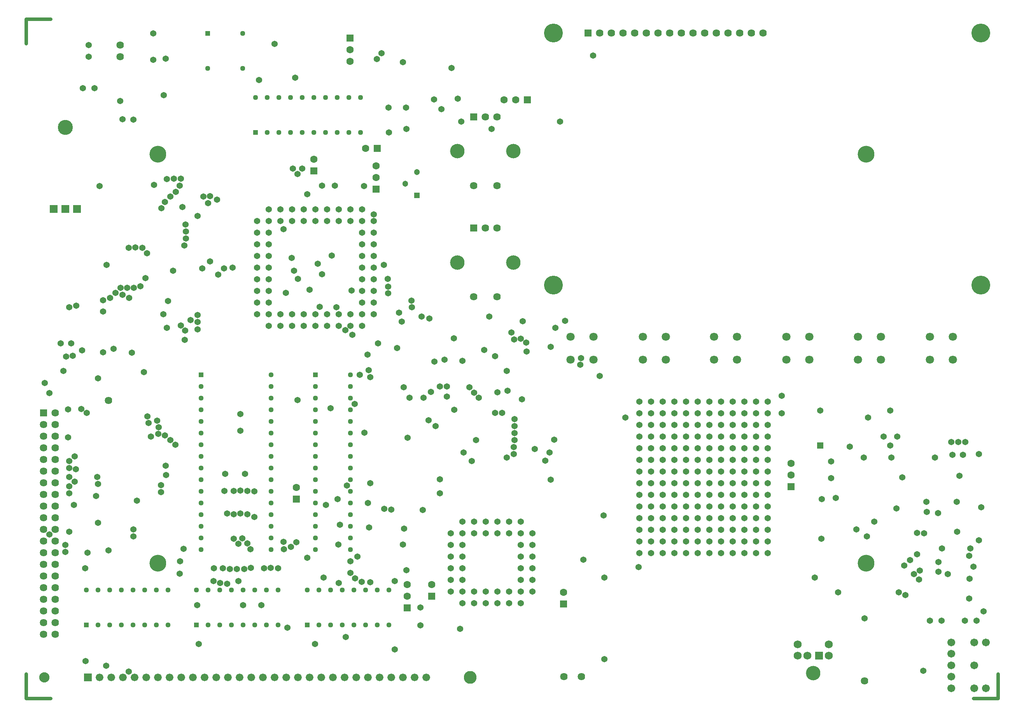
<source format=gbs>
%FSLAX25Y25*%
%MOIN*%
G70*
G01*
G75*
G04 Layer_Color=16711935*
%ADD10R,0.04331X0.05512*%
%ADD11R,0.08071X0.01772*%
%ADD12R,0.08071X0.01772*%
%ADD13R,0.05512X0.04331*%
%ADD14O,0.08000X0.01600*%
%ADD15O,0.01575X0.07480*%
%ADD16R,0.05118X0.03937*%
%ADD17R,0.03937X0.05118*%
%ADD18O,0.07480X0.01575*%
%ADD19R,0.07480X0.07087*%
%ADD20R,0.05315X0.01575*%
%ADD21R,0.06299X0.08268*%
%ADD22R,0.07480X0.07480*%
%ADD23O,0.02559X0.06693*%
%ADD24R,0.04000X0.02600*%
%ADD25R,0.05512X0.03937*%
%ADD26R,0.05906X0.05906*%
%ADD27O,0.07087X0.01575*%
%ADD28R,0.03500X0.05000*%
%ADD29R,0.05000X0.05000*%
%ADD30C,0.03000*%
%ADD31C,0.00700*%
%ADD32C,0.00800*%
%ADD33C,0.01000*%
%ADD34R,0.05906X0.05906*%
%ADD35C,0.05906*%
%ADD36C,0.04724*%
%ADD37R,0.04724X0.04724*%
%ADD38C,0.06000*%
%ADD39C,0.04000*%
%ADD40R,0.04000X0.04000*%
%ADD41R,0.05000X0.05000*%
%ADD42C,0.05000*%
%ADD43R,0.06500X0.06500*%
%ADD44C,0.06500*%
%ADD45C,0.12000*%
%ADD46C,0.14000*%
%ADD47R,0.06000X0.06000*%
%ADD48C,0.06693*%
%ADD49C,0.06299*%
%ADD50R,0.04000X0.04000*%
%ADD51C,0.15748*%
%ADD52R,0.06000X0.06000*%
%ADD53C,0.06200*%
%ADD54R,0.06200X0.06200*%
%ADD55C,0.08400*%
%ADD56C,0.10600*%
%ADD57C,0.12500*%
%ADD58C,0.00984*%
%ADD59C,0.00787*%
%ADD60C,0.01200*%
%ADD61C,0.00600*%
%ADD62R,0.04731X0.05912*%
%ADD63R,0.08471X0.02172*%
%ADD64R,0.08471X0.02172*%
%ADD65R,0.05912X0.04731*%
%ADD66O,0.08400X0.02000*%
%ADD67O,0.01975X0.07880*%
%ADD68R,0.05518X0.04337*%
%ADD69R,0.04337X0.05518*%
%ADD70O,0.07880X0.01975*%
%ADD71R,0.07880X0.07487*%
%ADD72R,0.05715X0.01975*%
%ADD73R,0.06699X0.08668*%
%ADD74R,0.07880X0.07880*%
%ADD75O,0.02959X0.07093*%
%ADD76R,0.04400X0.03000*%
%ADD77R,0.05912X0.04337*%
%ADD78R,0.06306X0.06306*%
%ADD79O,0.07487X0.01975*%
%ADD80R,0.03900X0.05400*%
%ADD81R,0.05400X0.05400*%
%ADD82R,0.06306X0.06306*%
%ADD83C,0.06306*%
%ADD84C,0.05124*%
%ADD85R,0.05124X0.05124*%
%ADD86C,0.06400*%
%ADD87C,0.04400*%
%ADD88R,0.04400X0.04400*%
%ADD89R,0.05400X0.05400*%
%ADD90C,0.05400*%
%ADD91R,0.06900X0.06900*%
%ADD92C,0.06900*%
%ADD93C,0.12400*%
%ADD94C,0.14400*%
%ADD95R,0.06400X0.06400*%
%ADD96C,0.07093*%
%ADD97C,0.06699*%
%ADD98R,0.04400X0.04400*%
%ADD99C,0.16148*%
%ADD100R,0.06400X0.06400*%
%ADD101C,0.06600*%
%ADD102R,0.06600X0.06600*%
%ADD103C,0.08800*%
%ADD104C,0.11000*%
%ADD105C,0.12900*%
D30*
X98500Y98500D02*
Y119500D01*
X931500Y98500D02*
Y119500D01*
X98500Y660500D02*
Y681500D01*
Y98500D02*
X119500D01*
X910500D02*
X931500D01*
X98500Y681500D02*
X119500D01*
D78*
X528000Y612000D02*
D03*
X399500Y570500D02*
D03*
D82*
X345000Y551000D02*
D03*
X754000Y280000D02*
D03*
X330000Y269500D02*
D03*
X559000Y179500D02*
D03*
X398500Y535500D02*
D03*
X425000Y176000D02*
D03*
X446000Y186000D02*
D03*
X376000Y665000D02*
D03*
D83*
X345000Y561000D02*
D03*
X754000Y290000D02*
D03*
Y300000D02*
D03*
X330000Y279500D02*
D03*
X518000Y612000D02*
D03*
X508000D02*
D03*
X559000Y189500D02*
D03*
X398500Y555500D02*
D03*
Y545500D02*
D03*
X389500Y570500D02*
D03*
X425000Y186000D02*
D03*
Y196000D02*
D03*
X446000D02*
D03*
X376000Y645000D02*
D03*
Y655000D02*
D03*
D84*
X423500Y540000D02*
D03*
X433500Y550000D02*
D03*
D85*
Y530000D02*
D03*
D86*
X559500Y117000D02*
D03*
X574500D02*
D03*
X817047Y113500D02*
D03*
X502000Y502000D02*
D03*
X492000D02*
D03*
X482000Y443000D02*
D03*
X502000D02*
D03*
Y597500D02*
D03*
X492000D02*
D03*
X482000Y538500D02*
D03*
X502000D02*
D03*
X123500Y343500D02*
D03*
X113500Y333500D02*
D03*
X123500D02*
D03*
X113500Y323500D02*
D03*
X123500D02*
D03*
Y313500D02*
D03*
X113500D02*
D03*
Y303500D02*
D03*
X123500D02*
D03*
Y293500D02*
D03*
X113500D02*
D03*
Y283500D02*
D03*
X123500D02*
D03*
Y273500D02*
D03*
X113500D02*
D03*
Y263500D02*
D03*
X123500D02*
D03*
Y253500D02*
D03*
X113500D02*
D03*
Y243500D02*
D03*
X123500D02*
D03*
Y233500D02*
D03*
X113500D02*
D03*
Y223500D02*
D03*
X123500D02*
D03*
Y213500D02*
D03*
X113500D02*
D03*
Y203500D02*
D03*
X123500D02*
D03*
Y193500D02*
D03*
X113500D02*
D03*
Y183500D02*
D03*
X123500D02*
D03*
Y173500D02*
D03*
X113500D02*
D03*
Y163500D02*
D03*
X123500D02*
D03*
X113500Y153500D02*
D03*
X123500D02*
D03*
X590000Y669500D02*
D03*
X600000D02*
D03*
X610000D02*
D03*
X620000D02*
D03*
X630000D02*
D03*
X640000D02*
D03*
X650000D02*
D03*
X660000D02*
D03*
X670000D02*
D03*
X680000D02*
D03*
X690000D02*
D03*
X700000D02*
D03*
X710000D02*
D03*
X720000D02*
D03*
X730000D02*
D03*
X179000Y649000D02*
D03*
Y659000D02*
D03*
X169000Y354000D02*
D03*
D87*
X284000Y669000D02*
D03*
Y639000D02*
D03*
X254000D02*
D03*
X248500Y366000D02*
D03*
Y356000D02*
D03*
Y346000D02*
D03*
Y336000D02*
D03*
Y326000D02*
D03*
Y316000D02*
D03*
Y306000D02*
D03*
Y296000D02*
D03*
Y286000D02*
D03*
Y276000D02*
D03*
Y266000D02*
D03*
Y256000D02*
D03*
Y246000D02*
D03*
Y236000D02*
D03*
Y226000D02*
D03*
X308500D02*
D03*
Y236000D02*
D03*
Y246000D02*
D03*
Y256000D02*
D03*
Y266000D02*
D03*
Y276000D02*
D03*
Y286000D02*
D03*
Y296000D02*
D03*
Y306000D02*
D03*
Y316000D02*
D03*
Y326000D02*
D03*
Y336000D02*
D03*
Y346000D02*
D03*
Y356000D02*
D03*
Y366000D02*
D03*
Y376000D02*
D03*
X376500D02*
D03*
Y366000D02*
D03*
Y356000D02*
D03*
Y346000D02*
D03*
Y336000D02*
D03*
Y326000D02*
D03*
Y316000D02*
D03*
Y306000D02*
D03*
Y296000D02*
D03*
Y286000D02*
D03*
Y276000D02*
D03*
Y266000D02*
D03*
Y256000D02*
D03*
Y246000D02*
D03*
Y236000D02*
D03*
Y226000D02*
D03*
X346500D02*
D03*
Y236000D02*
D03*
Y246000D02*
D03*
Y256000D02*
D03*
Y266000D02*
D03*
Y276000D02*
D03*
Y286000D02*
D03*
Y296000D02*
D03*
Y306000D02*
D03*
Y316000D02*
D03*
Y326000D02*
D03*
Y336000D02*
D03*
Y346000D02*
D03*
Y356000D02*
D03*
Y366000D02*
D03*
X305000Y584000D02*
D03*
X315000D02*
D03*
X325000D02*
D03*
X335000D02*
D03*
X345000D02*
D03*
X355000D02*
D03*
X365000D02*
D03*
X375000D02*
D03*
X385000D02*
D03*
Y614000D02*
D03*
X375000D02*
D03*
X365000D02*
D03*
X355000D02*
D03*
X345000D02*
D03*
X335000D02*
D03*
X325000D02*
D03*
X315000D02*
D03*
X305000D02*
D03*
X295000D02*
D03*
X160000Y161500D02*
D03*
X170000D02*
D03*
X180000D02*
D03*
X190000D02*
D03*
X200000D02*
D03*
X210000D02*
D03*
X220000D02*
D03*
Y191500D02*
D03*
X210000D02*
D03*
X200000D02*
D03*
X190000D02*
D03*
X180000D02*
D03*
X170000D02*
D03*
X160000D02*
D03*
X150000D02*
D03*
X254500Y161500D02*
D03*
X264500D02*
D03*
X274500D02*
D03*
X284500D02*
D03*
X294500D02*
D03*
X304500D02*
D03*
X314500D02*
D03*
Y191500D02*
D03*
X304500D02*
D03*
X294500D02*
D03*
X284500D02*
D03*
X274500D02*
D03*
X264500D02*
D03*
X254500D02*
D03*
X244500D02*
D03*
X349500Y161500D02*
D03*
X359500D02*
D03*
X369500D02*
D03*
X379500D02*
D03*
X389500D02*
D03*
X399500D02*
D03*
X409500D02*
D03*
Y191500D02*
D03*
X399500D02*
D03*
X389500D02*
D03*
X379500D02*
D03*
X369500D02*
D03*
X359500D02*
D03*
X349500D02*
D03*
X339500D02*
D03*
D88*
X254000Y669000D02*
D03*
X248500Y376000D02*
D03*
X346500D02*
D03*
D89*
X779000Y315500D02*
D03*
D90*
X839000D02*
D03*
Y345500D02*
D03*
X779000D02*
D03*
X624000Y233000D02*
D03*
Y243000D02*
D03*
Y253000D02*
D03*
Y263000D02*
D03*
Y273000D02*
D03*
Y283000D02*
D03*
Y293000D02*
D03*
Y303000D02*
D03*
Y313000D02*
D03*
Y323000D02*
D03*
Y333000D02*
D03*
Y343000D02*
D03*
X634000Y233000D02*
D03*
Y243000D02*
D03*
Y253000D02*
D03*
Y263000D02*
D03*
Y273000D02*
D03*
Y283000D02*
D03*
Y293000D02*
D03*
Y303000D02*
D03*
Y313000D02*
D03*
Y323000D02*
D03*
Y333000D02*
D03*
Y343000D02*
D03*
X644000Y233000D02*
D03*
Y243000D02*
D03*
Y253000D02*
D03*
Y263000D02*
D03*
Y273000D02*
D03*
Y283000D02*
D03*
Y293000D02*
D03*
Y303000D02*
D03*
Y313000D02*
D03*
Y323000D02*
D03*
Y333000D02*
D03*
Y343000D02*
D03*
X654000Y233000D02*
D03*
Y243000D02*
D03*
Y253000D02*
D03*
Y263000D02*
D03*
Y273000D02*
D03*
Y283000D02*
D03*
Y293000D02*
D03*
Y303000D02*
D03*
Y313000D02*
D03*
Y323000D02*
D03*
Y333000D02*
D03*
Y343000D02*
D03*
X664000Y233000D02*
D03*
Y243000D02*
D03*
Y253000D02*
D03*
Y263000D02*
D03*
Y273000D02*
D03*
Y283000D02*
D03*
Y293000D02*
D03*
Y303000D02*
D03*
Y313000D02*
D03*
Y323000D02*
D03*
Y333000D02*
D03*
Y343000D02*
D03*
X674000Y233000D02*
D03*
Y243000D02*
D03*
Y253000D02*
D03*
Y263000D02*
D03*
Y273000D02*
D03*
Y283000D02*
D03*
Y293000D02*
D03*
Y303000D02*
D03*
Y313000D02*
D03*
Y323000D02*
D03*
Y333000D02*
D03*
Y343000D02*
D03*
X684000Y233000D02*
D03*
Y243000D02*
D03*
Y253000D02*
D03*
Y263000D02*
D03*
Y273000D02*
D03*
Y283000D02*
D03*
Y293000D02*
D03*
Y303000D02*
D03*
Y313000D02*
D03*
Y323000D02*
D03*
Y333000D02*
D03*
Y343000D02*
D03*
X694000Y233000D02*
D03*
Y243000D02*
D03*
Y253000D02*
D03*
Y263000D02*
D03*
Y273000D02*
D03*
Y283000D02*
D03*
Y293000D02*
D03*
Y303000D02*
D03*
Y313000D02*
D03*
Y323000D02*
D03*
Y333000D02*
D03*
Y343000D02*
D03*
X704000Y233000D02*
D03*
Y243000D02*
D03*
Y253000D02*
D03*
Y263000D02*
D03*
Y273000D02*
D03*
Y283000D02*
D03*
Y293000D02*
D03*
Y303000D02*
D03*
Y313000D02*
D03*
Y323000D02*
D03*
Y333000D02*
D03*
Y343000D02*
D03*
X714000Y233000D02*
D03*
Y243000D02*
D03*
Y253000D02*
D03*
Y263000D02*
D03*
Y273000D02*
D03*
Y283000D02*
D03*
Y293000D02*
D03*
Y303000D02*
D03*
Y313000D02*
D03*
Y323000D02*
D03*
Y333000D02*
D03*
Y343000D02*
D03*
X724000Y233000D02*
D03*
Y243000D02*
D03*
Y253000D02*
D03*
Y263000D02*
D03*
Y273000D02*
D03*
Y283000D02*
D03*
Y293000D02*
D03*
Y303000D02*
D03*
Y313000D02*
D03*
Y323000D02*
D03*
Y333000D02*
D03*
Y343000D02*
D03*
X734000Y233000D02*
D03*
Y243000D02*
D03*
Y253000D02*
D03*
Y263000D02*
D03*
Y273000D02*
D03*
Y283000D02*
D03*
Y293000D02*
D03*
Y303000D02*
D03*
Y313000D02*
D03*
Y323000D02*
D03*
Y333000D02*
D03*
Y343000D02*
D03*
X296500Y508000D02*
D03*
X306500D02*
D03*
X296500Y498000D02*
D03*
Y488000D02*
D03*
X306500D02*
D03*
X296500Y478000D02*
D03*
X306500D02*
D03*
X296500Y468000D02*
D03*
X306500D02*
D03*
X296500Y458000D02*
D03*
X306500D02*
D03*
X296500Y448000D02*
D03*
X306500D02*
D03*
X296500Y438000D02*
D03*
X306500D02*
D03*
X296500Y428000D02*
D03*
X306500Y418000D02*
D03*
Y428000D02*
D03*
X316500Y418000D02*
D03*
Y428000D02*
D03*
X326500Y418000D02*
D03*
Y428000D02*
D03*
X336500Y418000D02*
D03*
Y428000D02*
D03*
X346500Y418000D02*
D03*
Y428000D02*
D03*
X356500Y418000D02*
D03*
Y428000D02*
D03*
X366500Y418000D02*
D03*
Y428000D02*
D03*
X376500Y418000D02*
D03*
Y428000D02*
D03*
X386500Y418000D02*
D03*
Y428000D02*
D03*
X396500D02*
D03*
Y438000D02*
D03*
X386500D02*
D03*
X396500Y448000D02*
D03*
X386500D02*
D03*
X396500Y458000D02*
D03*
X386500D02*
D03*
X396500Y468000D02*
D03*
X386500D02*
D03*
X396500Y478000D02*
D03*
X386500D02*
D03*
X396500Y488000D02*
D03*
X386500D02*
D03*
X396500Y498000D02*
D03*
X386500D02*
D03*
X396500Y508000D02*
D03*
X386500Y518000D02*
D03*
Y508000D02*
D03*
X376500Y518000D02*
D03*
Y508000D02*
D03*
X366500Y518000D02*
D03*
Y508000D02*
D03*
X356500Y518000D02*
D03*
Y508000D02*
D03*
X346500Y518000D02*
D03*
Y508000D02*
D03*
X336500Y518000D02*
D03*
Y508000D02*
D03*
X326500Y518000D02*
D03*
Y508000D02*
D03*
X316500Y518000D02*
D03*
Y508000D02*
D03*
X306500Y518000D02*
D03*
Y498000D02*
D03*
X502500Y240000D02*
D03*
X492500Y250000D02*
D03*
Y240000D02*
D03*
X482500Y250000D02*
D03*
Y240000D02*
D03*
X472500Y250000D02*
D03*
X462500Y240000D02*
D03*
X472500D02*
D03*
X462500Y230000D02*
D03*
X472500D02*
D03*
X462500Y220000D02*
D03*
X472500D02*
D03*
X462500Y210000D02*
D03*
X472500D02*
D03*
X462500Y200000D02*
D03*
X472500D02*
D03*
X462500Y190000D02*
D03*
X472500Y180000D02*
D03*
Y190000D02*
D03*
X482500Y180000D02*
D03*
Y190000D02*
D03*
X492500Y180000D02*
D03*
Y190000D02*
D03*
X502500Y180000D02*
D03*
Y190000D02*
D03*
X512500Y180000D02*
D03*
Y190000D02*
D03*
X522500Y180000D02*
D03*
X532500Y190000D02*
D03*
X522500D02*
D03*
X532500Y200000D02*
D03*
X522500D02*
D03*
X532500Y210000D02*
D03*
X522500D02*
D03*
X532500Y220000D02*
D03*
X522500D02*
D03*
X532500Y230000D02*
D03*
X522500D02*
D03*
X532500Y240000D02*
D03*
X522500Y250000D02*
D03*
Y240000D02*
D03*
X512500Y250000D02*
D03*
Y240000D02*
D03*
X502500Y250000D02*
D03*
X152000Y649000D02*
D03*
Y659000D02*
D03*
X903000Y165000D02*
D03*
X913000D02*
D03*
X883000D02*
D03*
X873000D02*
D03*
X734000Y223000D02*
D03*
X724000D02*
D03*
X674000D02*
D03*
X684000D02*
D03*
X664000D02*
D03*
X704000D02*
D03*
X714000D02*
D03*
X694000D02*
D03*
X644000D02*
D03*
X654000D02*
D03*
X634000D02*
D03*
X624000D02*
D03*
X734000Y353000D02*
D03*
X724000D02*
D03*
X704000D02*
D03*
X714000D02*
D03*
X694000D02*
D03*
X654000D02*
D03*
X664000D02*
D03*
X644000D02*
D03*
X684000D02*
D03*
X674000D02*
D03*
X634000D02*
D03*
X624000D02*
D03*
X880000Y257500D02*
D03*
X919000Y173000D02*
D03*
X896500Y241500D02*
D03*
X906927Y184073D02*
D03*
X864515Y208077D02*
D03*
X859500Y205000D02*
D03*
X863675Y200500D02*
D03*
X862000Y222000D02*
D03*
X856000Y217000D02*
D03*
X576000Y217500D02*
D03*
X263000Y462000D02*
D03*
X612000Y339500D02*
D03*
X746000Y358000D02*
D03*
Y343000D02*
D03*
X820000Y339500D02*
D03*
X780500Y269500D02*
D03*
X780000Y235500D02*
D03*
X792500Y270500D02*
D03*
X556000Y593500D02*
D03*
X298000Y629000D02*
D03*
X409000Y605250D02*
D03*
X584500Y650000D02*
D03*
X159500Y288500D02*
D03*
X160000Y282500D02*
D03*
X214000Y281500D02*
D03*
X158500Y272000D02*
D03*
X193500Y268000D02*
D03*
X150500Y343500D02*
D03*
X218010Y298010D02*
D03*
X218500Y290000D02*
D03*
X774500Y202000D02*
D03*
X355500Y264500D02*
D03*
X409500Y584000D02*
D03*
X424500Y587000D02*
D03*
X421500Y230500D02*
D03*
X161500Y538000D02*
D03*
X128000Y403000D02*
D03*
X149500Y130500D02*
D03*
X167000Y126500D02*
D03*
X230500Y216000D02*
D03*
X200792Y459000D02*
D03*
X478500Y365500D02*
D03*
X459000Y357500D02*
D03*
X214000Y275500D02*
D03*
X348500Y471500D02*
D03*
X328000Y465500D02*
D03*
X331500Y458500D02*
D03*
X321000Y446500D02*
D03*
X495500Y426000D02*
D03*
X490953Y397453D02*
D03*
X543300Y302500D02*
D03*
X551000Y320500D02*
D03*
X573500Y384700D02*
D03*
X548000Y400000D02*
D03*
X547000Y309500D02*
D03*
X548000Y286000D02*
D03*
X514500Y412500D02*
D03*
X500500Y392000D02*
D03*
X510500Y379500D02*
D03*
X502500Y361000D02*
D03*
X511000Y362500D02*
D03*
X465454Y345954D02*
D03*
X425500Y322000D02*
D03*
X438500Y260000D02*
D03*
X382500Y220000D02*
D03*
X366500Y197500D02*
D03*
X386000Y198500D02*
D03*
X524000Y422000D02*
D03*
X427000Y356500D02*
D03*
X393500Y374000D02*
D03*
X392000Y380000D02*
D03*
X151000Y223500D02*
D03*
X160000Y373000D02*
D03*
X146500Y397000D02*
D03*
X436500Y161000D02*
D03*
X372500Y151000D02*
D03*
X346000Y145000D02*
D03*
X246500D02*
D03*
X439000Y356500D02*
D03*
X359500Y347500D02*
D03*
X380000Y351000D02*
D03*
X445500Y361500D02*
D03*
X482480Y360541D02*
D03*
X486500Y356500D02*
D03*
X384500Y376000D02*
D03*
X453000Y274500D02*
D03*
X473450Y309500D02*
D03*
X484000Y320000D02*
D03*
X574000Y390500D02*
D03*
X590000Y375000D02*
D03*
X593500Y255500D02*
D03*
X623500Y211000D02*
D03*
X245000Y178500D02*
D03*
X284500D02*
D03*
X300000D02*
D03*
X135500Y434000D02*
D03*
X137000Y403000D02*
D03*
X216500Y616000D02*
D03*
X190500Y595000D02*
D03*
X443500Y337000D02*
D03*
X459000Y366000D02*
D03*
X448500Y387500D02*
D03*
X472500Y388000D02*
D03*
X436500Y176500D02*
D03*
X169000Y225500D02*
D03*
X149000Y210000D02*
D03*
X211800Y325300D02*
D03*
X217500Y324000D02*
D03*
X222000Y320000D02*
D03*
X226500Y316000D02*
D03*
X212000Y331000D02*
D03*
X203550Y334800D02*
D03*
X210750Y336719D02*
D03*
X372000Y414200D02*
D03*
X391000Y393500D02*
D03*
X422000Y365500D02*
D03*
X377500Y448500D02*
D03*
X341500Y449000D02*
D03*
X164500Y430500D02*
D03*
Y440000D02*
D03*
X268000Y467500D02*
D03*
X275500Y468000D02*
D03*
X352000Y462500D02*
D03*
X810000Y243500D02*
D03*
X868000Y240000D02*
D03*
X794500Y189500D02*
D03*
X421500Y644500D02*
D03*
X403000Y652000D02*
D03*
X207500Y669000D02*
D03*
Y646500D02*
D03*
X218000Y647500D02*
D03*
X181000Y595500D02*
D03*
X225000Y544500D02*
D03*
X219000Y544000D02*
D03*
X231000Y544500D02*
D03*
X230000Y538500D02*
D03*
X226904Y533111D02*
D03*
X222000Y529000D02*
D03*
X217500Y524500D02*
D03*
X214500Y519000D02*
D03*
X867500Y122000D02*
D03*
X500500Y343500D02*
D03*
X517000Y338000D02*
D03*
Y332000D02*
D03*
X516500Y314000D02*
D03*
Y308000D02*
D03*
X208000Y539000D02*
D03*
X167500Y470500D02*
D03*
X454500Y604000D02*
D03*
X141500Y435500D02*
D03*
X196500Y452000D02*
D03*
X190800Y450832D02*
D03*
X185100D02*
D03*
X179400D02*
D03*
X186640Y442100D02*
D03*
X181185Y444706D02*
D03*
X175000Y446500D02*
D03*
X170500Y442000D02*
D03*
X846500Y189500D02*
D03*
X888500Y205000D02*
D03*
X851957Y186896D02*
D03*
X186500Y485000D02*
D03*
X192200Y485232D02*
D03*
X198000Y485000D02*
D03*
X202000Y480500D02*
D03*
X322500Y159000D02*
D03*
X199500Y378500D02*
D03*
X319000Y501000D02*
D03*
X418200Y429200D02*
D03*
X420505Y421800D02*
D03*
X327000Y553000D02*
D03*
X331000Y548500D02*
D03*
X179000Y611000D02*
D03*
X335000Y553000D02*
D03*
X465000Y407500D02*
D03*
X523500Y355000D02*
D03*
X594000Y202000D02*
D03*
Y132000D02*
D03*
X506500Y343500D02*
D03*
X517000Y320000D02*
D03*
Y326000D02*
D03*
X510500Y305000D02*
D03*
X522500Y407000D02*
D03*
X453000Y366000D02*
D03*
X527500Y396000D02*
D03*
X516739Y406471D02*
D03*
X429000Y434000D02*
D03*
X408800Y445909D02*
D03*
X527230Y403669D02*
D03*
X428700Y439700D02*
D03*
X408800Y451609D02*
D03*
X157000Y622000D02*
D03*
X147000D02*
D03*
X376500Y216000D02*
D03*
Y206000D02*
D03*
X230000Y205500D02*
D03*
X259500Y210000D02*
D03*
X276500Y235500D02*
D03*
Y256500D02*
D03*
Y276500D02*
D03*
X267000Y210000D02*
D03*
X280500Y231000D02*
D03*
X270800Y256950D02*
D03*
X190500Y237500D02*
D03*
Y243500D02*
D03*
X189241Y395168D02*
D03*
X233400Y226833D02*
D03*
X259000Y199000D02*
D03*
X273000Y209500D02*
D03*
X283761Y235800D02*
D03*
X282200Y256950D02*
D03*
Y276800D02*
D03*
X282000Y328000D02*
D03*
Y342500D02*
D03*
X264755Y197290D02*
D03*
X279000Y209500D02*
D03*
X288000Y231500D02*
D03*
Y256500D02*
D03*
Y276500D02*
D03*
X268500D02*
D03*
X285500Y209500D02*
D03*
X290761Y226200D02*
D03*
X294000Y254000D02*
D03*
Y276000D02*
D03*
X286000Y291000D02*
D03*
X269000D02*
D03*
X270800Y196835D02*
D03*
X280500Y199000D02*
D03*
X291200Y210300D02*
D03*
X319190Y232800D02*
D03*
X331000Y354500D02*
D03*
X302500Y210000D02*
D03*
X319500Y226500D02*
D03*
X308200Y210300D02*
D03*
X325500Y228500D02*
D03*
X314500Y210000D02*
D03*
X330000Y232500D02*
D03*
X339500Y219000D02*
D03*
X366000Y230500D02*
D03*
X367500Y247500D02*
D03*
X365500Y269500D02*
D03*
X353500Y202000D02*
D03*
X380500Y201500D02*
D03*
X388500Y326500D02*
D03*
X414500Y140500D02*
D03*
Y199000D02*
D03*
X424500Y208500D02*
D03*
X422500Y244000D02*
D03*
X391500Y266000D02*
D03*
X405500Y261000D02*
D03*
X411500Y260500D02*
D03*
X393500Y198000D02*
D03*
X392500Y245000D02*
D03*
X416500Y399000D02*
D03*
X339500Y531000D02*
D03*
X250500Y529000D02*
D03*
X254500Y523500D02*
D03*
X497500Y587000D02*
D03*
X256200Y529200D02*
D03*
X262000Y526500D02*
D03*
X245500Y512500D02*
D03*
X232500Y520000D02*
D03*
X224500Y465500D02*
D03*
X311500Y660000D02*
D03*
X173500Y398500D02*
D03*
X350000Y434500D02*
D03*
X364500Y434000D02*
D03*
X249500Y467500D02*
D03*
X256000Y473500D02*
D03*
X326000Y476500D02*
D03*
X360500Y478500D02*
D03*
X352000Y538500D02*
D03*
X363000D02*
D03*
X388000Y538000D02*
D03*
X424000Y605250D02*
D03*
X405000Y470500D02*
D03*
X408500Y458500D02*
D03*
X437500Y426000D02*
D03*
X449500Y332000D02*
D03*
X396477Y513790D02*
D03*
X329000Y631000D02*
D03*
X399000Y647000D02*
D03*
X463000Y639500D02*
D03*
X471500Y593500D02*
D03*
X560500Y422500D02*
D03*
X552000Y416500D02*
D03*
X400000Y403000D02*
D03*
X378000Y410500D02*
D03*
X164500Y395500D02*
D03*
X138500Y392500D02*
D03*
X132800Y391700D02*
D03*
X393500Y283000D02*
D03*
X373500Y281000D02*
D03*
X457000Y389000D02*
D03*
X444000Y424500D02*
D03*
X468302Y612900D02*
D03*
X448000Y612500D02*
D03*
X891500Y318500D02*
D03*
X897500D02*
D03*
X901500Y307500D02*
D03*
X892500D02*
D03*
X816500Y305000D02*
D03*
X840000D02*
D03*
X877500D02*
D03*
X903500Y318500D02*
D03*
X534500Y312500D02*
D03*
X480500Y302000D02*
D03*
X849500Y288000D02*
D03*
X844500Y261500D02*
D03*
X862000Y240500D02*
D03*
X880500Y207000D02*
D03*
X915000Y308000D02*
D03*
X896000Y267000D02*
D03*
X880500Y215500D02*
D03*
X883500Y227000D02*
D03*
X907000Y201000D02*
D03*
X910500Y211500D02*
D03*
X906800Y220800D02*
D03*
X907616Y226884D02*
D03*
X817000Y167000D02*
D03*
X819000Y237500D02*
D03*
X870000Y267000D02*
D03*
X845000Y323000D02*
D03*
X833500D02*
D03*
X788490Y301610D02*
D03*
X898500Y289500D02*
D03*
X870500Y258500D02*
D03*
X825500Y250000D02*
D03*
X788500Y287500D02*
D03*
X804500Y314500D02*
D03*
X470500Y158000D02*
D03*
X202500Y340500D02*
D03*
X205500Y323000D02*
D03*
X851000Y212500D02*
D03*
X453000Y286500D02*
D03*
X219000Y416500D02*
D03*
X234500Y406000D02*
D03*
X245500Y415000D02*
D03*
Y427500D02*
D03*
Y421500D02*
D03*
X239500Y423000D02*
D03*
X234833Y414000D02*
D03*
X231000Y418500D02*
D03*
X216000Y428000D02*
D03*
X220000Y439500D02*
D03*
X235000Y505000D02*
D03*
X235500Y499000D02*
D03*
Y493000D02*
D03*
X234000Y487000D02*
D03*
X145600Y346661D02*
D03*
X140000Y306000D02*
D03*
X135500Y302000D02*
D03*
Y296000D02*
D03*
X141200Y294900D02*
D03*
X135500Y288500D02*
D03*
X140000Y284500D02*
D03*
X135500Y280500D02*
D03*
Y274500D02*
D03*
X132000Y230000D02*
D03*
Y224000D02*
D03*
X130500Y379500D02*
D03*
X118500Y360500D02*
D03*
X114500Y369000D02*
D03*
X118500Y239000D02*
D03*
X160000Y249000D02*
D03*
X135550Y241500D02*
D03*
X139500Y264500D02*
D03*
X134500Y322500D02*
D03*
X134400Y346500D02*
D03*
X186360Y121500D02*
D03*
X917000Y262500D02*
D03*
X915000Y234000D02*
D03*
D91*
X778232Y135000D02*
D03*
D92*
X786500D02*
D03*
Y144843D02*
D03*
X759728D02*
D03*
Y135000D02*
D03*
X767996D02*
D03*
D93*
X773114Y120039D02*
D03*
X468000Y472500D02*
D03*
X516000D02*
D03*
X468000Y568000D02*
D03*
X516000D02*
D03*
D94*
X818500Y565500D02*
D03*
Y214500D02*
D03*
X211500Y565500D02*
D03*
Y214500D02*
D03*
D95*
X482000Y502000D02*
D03*
Y597500D02*
D03*
X113500Y343500D02*
D03*
D96*
X873000Y389000D02*
D03*
X892685D02*
D03*
Y408685D02*
D03*
X873000D02*
D03*
X811500Y389000D02*
D03*
X831185D02*
D03*
Y408685D02*
D03*
X811500D02*
D03*
X750000Y389000D02*
D03*
X769685D02*
D03*
Y408685D02*
D03*
X750000D02*
D03*
X688000Y389000D02*
D03*
X707685D02*
D03*
Y408685D02*
D03*
X688000D02*
D03*
X627000Y389000D02*
D03*
X646685D02*
D03*
Y408685D02*
D03*
X627000D02*
D03*
X565000Y389000D02*
D03*
X584685D02*
D03*
Y408685D02*
D03*
X565000D02*
D03*
D97*
X891500Y136657D02*
D03*
Y116972D02*
D03*
Y107130D02*
D03*
X911185Y146500D02*
D03*
Y107130D02*
D03*
X921028Y146500D02*
D03*
Y107130D02*
D03*
X911185Y126815D02*
D03*
X891500D02*
D03*
Y146500D02*
D03*
D98*
X295000Y584000D02*
D03*
X150000Y161500D02*
D03*
X244500D02*
D03*
X339500D02*
D03*
D99*
X550472Y452965D02*
D03*
X916614D02*
D03*
Y669500D02*
D03*
X550472D02*
D03*
D100*
X580000D02*
D03*
D101*
X441500Y116500D02*
D03*
X431500D02*
D03*
X421500D02*
D03*
X411500D02*
D03*
X401500D02*
D03*
X391500D02*
D03*
X381500D02*
D03*
X371500D02*
D03*
X361500D02*
D03*
X351500D02*
D03*
X341500D02*
D03*
X331500D02*
D03*
X321500D02*
D03*
X311500D02*
D03*
X301500D02*
D03*
X291500D02*
D03*
X281500D02*
D03*
X271500D02*
D03*
X261500D02*
D03*
X251500D02*
D03*
X241500D02*
D03*
X231500D02*
D03*
X221500D02*
D03*
X211500D02*
D03*
X201500D02*
D03*
X191500D02*
D03*
X181500D02*
D03*
X171500D02*
D03*
X161500D02*
D03*
D102*
X151500D02*
D03*
X122000Y518500D02*
D03*
X132000D02*
D03*
X142000D02*
D03*
D103*
X114000Y116500D02*
D03*
D104*
X479000D02*
D03*
D105*
X132000Y588500D02*
D03*
M02*

</source>
